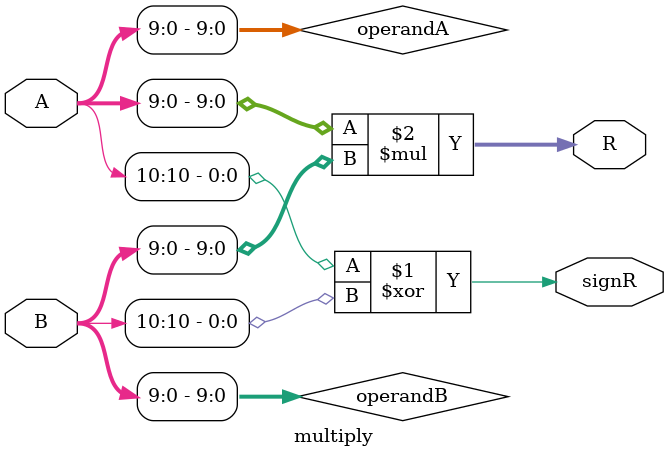
<source format=v>
`timescale 1ns / 1ps


module multiply(
    input [10:0]A, // MSB is sign bit
    input [10:0]B, // MSB is sign bit
    output [19:0]R,
    output signR
    );
    wire [9:0]operandA,operandB;
    //
    xor(signR,A[10],B[10]);
    assign operandA[9:0] = A[9:0];
    assign operandB[9:0] = B[9:0];
    //
    assign R[19:0] = operandA[9:0]*operandB[9:0];
endmodule

</source>
